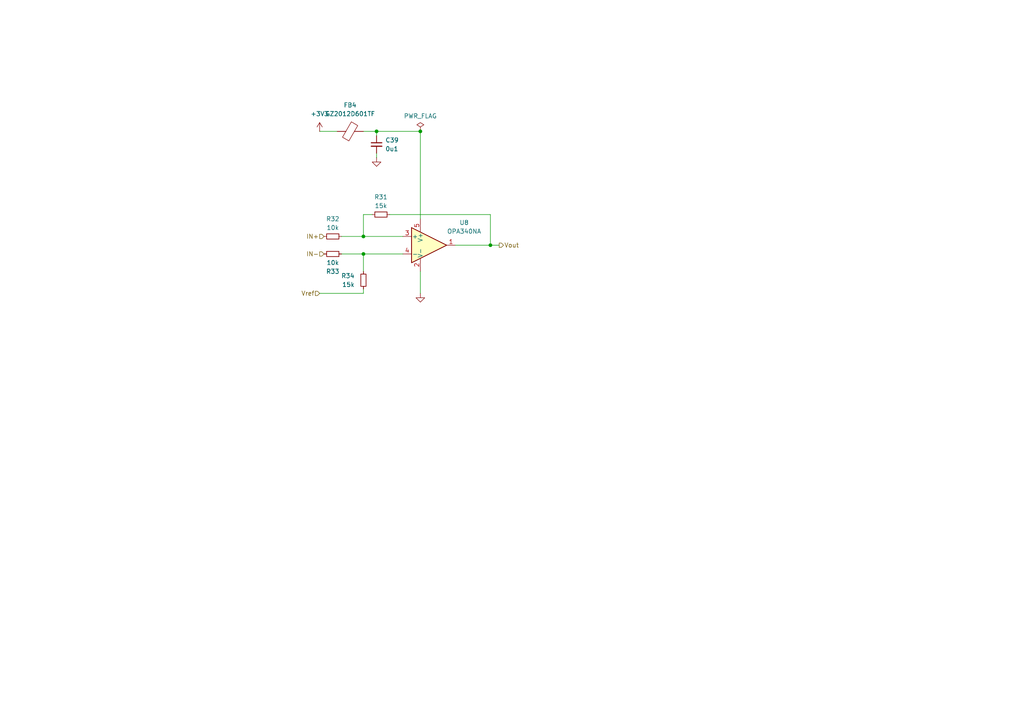
<source format=kicad_sch>
(kicad_sch (version 20231120) (generator "eeschema") (generator_version "8.0")
  (paper "A4")
  (title_block (title "INV_MainBoard") (date "2024-11-16") (rev "1.0") (company "NTURacing Team") (comment 1 "郭哲明 Jack Kuo") (comment 2 "Powertrain Group"))
  (lib_symbols
    (symbol "Amplifier_Operational:OPA340NA" (pin_names (offset 0.127))
      (property "Reference" "U" (at -1.27 6.35 0))
      (property "Value" "OPA340NA" (at -1.27 3.81 0))
      (symbol "OPA340NA_0_1"
        (polyline (pts (xy -5.08 5.08) (xy 5.08 0) (xy -5.08 -5.08) (xy -5.08 5.08)) (stroke (width 0.254)) (fill (type background)))
        (pin power_in line (at -2.54 -7.62 90) (length 3.81) (name "V-") (number "2"))
        (pin power_in line (at -2.54 7.62 270) (length 3.81) (name "V+") (number "5"))
      )
      (symbol "OPA340NA_1_1"
        (pin output line (at 7.62 0 180) (length 2.54) (name "~") (number "1"))
        (pin input line (at -7.62 2.54 0) (length 2.54) (name "+") (number "3"))
        (pin input line (at -7.62 -2.54 0) (length 2.54) (name "-") (number "4"))
      )
    )
    (symbol "Device:C_Small" (pin_numbers hide) (pin_names (offset 0.254) hide)
      (property "Reference" "C" (at 0.254 1.778 0))
      (property "Value" "C_Small" (at 0.254 -2.032 0))
      (symbol "C_Small_0_1"
        (polyline (pts (xy -1.524 -0.508) (xy 1.524 -0.508)) (stroke (width 0.3302)))
        (polyline (pts (xy -1.524 0.508) (xy 1.524 0.508)) (stroke (width 0.3048)))
      )
      (symbol "C_Small_1_1"
        (pin passive line (at 0 2.54 270) (length 2.032) (name "~") (number "1"))
        (pin passive line (at 0 -2.54 90) (length 2.032) (name "~") (number "2"))
      )
    )
    (symbol "Device:FerriteBead" (pin_numbers hide) (pin_names (offset 0))
      (property "Reference" "FB" (at -3.81 0.635 90))
      (property "Value" "FerriteBead" (at 3.81 0 90))
      (symbol "FerriteBead_0_1"
        (polyline (pts (xy 0 -1.27) (xy 0 -1.2192)))
        (polyline (pts (xy 0 1.27) (xy 0 1.2954)))
        (polyline (pts (xy -2.7686 0.4064) (xy -1.7018 2.2606) (xy 2.7686 -0.3048) (xy 1.6764 -2.159) (xy -2.7686 0.4064)))
      )
      (symbol "FerriteBead_1_1"
        (pin passive line (at 0 3.81 270) (length 2.54) (name "~") (number "1"))
        (pin passive line (at 0 -3.81 90) (length 2.54) (name "~") (number "2"))
      )
    )
    (symbol "Device:R_Small" (pin_numbers hide) (pin_names (offset 0.254) hide)
      (property "Reference" "R" (at 0.762 0.508 0))
      (property "Value" "R_Small" (at 0.762 -1.016 0))
      (symbol "R_Small_0_1"
        (rectangle (start -0.762 1.778) (end 0.762 -1.778) (stroke (width 0.2032)))
      )
      (symbol "R_Small_1_1"
        (pin passive line (at 0 2.54 270) (length 0.762) (name "~") (number "1"))
        (pin passive line (at 0 -2.54 90) (length 0.762) (name "~") (number "2"))
      )
    )
    (symbol "power:+3V3" (power) (pin_numbers hide) (pin_names (offset 0) hide)
      (property "Value" "+3V3" (at 0 3.556 0))
      (symbol "+3V3_0_1"
        (polyline (pts (xy -0.762 1.27) (xy 0 2.54)))
        (polyline (pts (xy 0 0) (xy 0 2.54)))
        (polyline (pts (xy 0 2.54) (xy 0.762 1.27)))
      )
      (symbol "+3V3_1_1"
        (pin power_in line (at 0 0 90) (length 0) (name "~") (number "1"))
      )
    )
    (symbol "power:GND" (power) (pin_numbers hide) (pin_names (offset 0) hide)
      (property "Value" "GND" (at 0 -3.81 0))
      (symbol "GND_0_1"
        (polyline (pts (xy 0 0) (xy 0 -1.27) (xy 1.27 -1.27) (xy 0 -2.54) (xy -1.27 -1.27) (xy 0 -1.27)))
      )
      (symbol "GND_1_1"
        (pin power_in line (at 0 0 270) (length 0) (name "~") (number "1"))
      )
    )
    (symbol "power:PWR_FLAG" (power) (pin_numbers hide) (pin_names (offset 0) hide)
      (property "Value" "PWR_FLAG" (at 0 3.81 0))
      (symbol "PWR_FLAG_0_0"
        (pin power_out line (at 0 0 90) (length 0) (name "~") (number "1"))
      )
      (symbol "PWR_FLAG_0_1"
        (polyline (pts (xy 0 0) (xy 0 1.27) (xy -1.016 1.905) (xy 0 2.54) (xy 1.016 1.905) (xy 0 1.27)))
      )
    )
  )
  (junction (at 142.24 71.12))
  (junction (at 109.22 38.1))
  (junction (at 105.41 68.58))
  (junction (at 121.92 38.1))
  (junction (at 105.41 73.66))
  (wire (pts (xy 105.41 68.58) (xy 116.84 68.58)))
  (wire (pts (xy 113.03 62.23) (xy 142.24 62.23)))
  (wire (pts (xy 105.41 85.09) (xy 105.41 83.82)))
  (wire (pts (xy 116.84 73.66) (xy 105.41 73.66)))
  (wire (pts (xy 121.92 85.09) (xy 121.92 78.74)))
  (wire (pts (xy 105.41 62.23) (xy 105.41 68.58)))
  (wire (pts (xy 142.24 71.12) (xy 132.08 71.12)))
  (wire (pts (xy 99.06 68.58) (xy 105.41 68.58)))
  (wire (pts (xy 109.22 38.1) (xy 121.92 38.1)))
  (wire (pts (xy 92.71 38.1) (xy 97.79 38.1)))
  (wire (pts (xy 99.06 73.66) (xy 105.41 73.66)))
  (wire (pts (xy 109.22 45.72) (xy 109.22 44.45)))
  (wire (pts (xy 105.41 73.66) (xy 105.41 78.74)))
  (wire (pts (xy 92.71 85.09) (xy 105.41 85.09)))
  (wire (pts (xy 107.95 62.23) (xy 105.41 62.23)))
  (wire (pts (xy 105.41 38.1) (xy 109.22 38.1)))
  (wire (pts (xy 121.92 38.1) (xy 121.92 63.5)))
  (wire (pts (xy 109.22 39.37) (xy 109.22 38.1)))
  (wire (pts (xy 142.24 62.23) (xy 142.24 71.12)))
  (wire (pts (xy 144.78 71.12) (xy 142.24 71.12)))
  (hierarchical_label "IN+" (shape input) (at 93.98 68.58 180))
  (hierarchical_label "Vout" (shape output) (at 144.78 71.12 0))
  (hierarchical_label "IN-" (shape input) (at 93.98 73.66 180))
  (hierarchical_label "Vref" (shape input) (at 92.71 85.09 180))
  (symbol (lib_id "power:GND") (at 121.92 85.09 0) (unit 1)
    (property "Reference" "#PWR082" (effects (hide yes)))
    (property "Value" "GND" (effects (hide yes)))
    (property "Description" "Power symbol creates a global label with name \"GND\" , ground" (effects (hide yes)))
    (instances (project "INV_MainBoard_STM32" (path "" (reference "#PWR082") (unit 1)) (path "" (reference "#PWR079") (unit 1))))
  )
  (symbol (lib_id "Amplifier_Operational:OPA340NA") (at 124.46 71.12 0) (unit 1)
    (property "Reference" "U8" (at 134.62 64.5627 0))
    (property "Value" "OPA340NA" (at 134.62 67.1027 0))
    (property "Footprint" "Package_TO_SOT_SMD:SOT-23-5" (effects (hide yes)))
    (property "Datasheet" "http://www.ti.com/lit/ds/symlink/opa340.pdf" (effects (hide yes)))
    (property "Description" "Single Single-Supply, Rail-to-Rail Operational Amplifier, MicroAmplifier Series, SOT-23-5" (effects (hide yes)))
    (instances (project "INV_MainBoard_STM32" (path "" (reference "U8") (unit 1)) (path "" (reference "U7") (unit 1))))
  )
  (symbol (lib_id "Device:FerriteBead") (at 101.6 38.1 90) (unit 1)
    (property "Reference" "FB4" (at 101.5492 30.48 90))
    (property "Value" "GZ2012D601TF" (at 101.5492 33.02 90))
    (property "Footprint" "Inductor_SMD:L_0805_2012Metric" (effects (hide yes)))
    (property "Description" "Ferrite bead" (effects (hide yes)))
    (instances (project "INV_MainBoard_STM32" (path "" (reference "FB4") (unit 1)) (path "" (reference "FB3") (unit 1))))
  )
  (symbol (lib_id "power:PWR_FLAG") (at 121.92 38.1 0) (mirror y) (unit 1)
    (property "Reference" "#FLG021" (effects (hide yes)))
    (property "Value" "PWR_FLAG" (at 121.92 33.655 0))
    (property "Description" "Special symbol for telling ERC where power comes from" (effects (hide yes)))
    (instances (project "INV_MainBoard_STM32" (path "" (reference "#FLG021") (unit 1)) (path "" (reference "#FLG020") (unit 1))))
  )
  (symbol (lib_id "Device:C_Small") (at 109.22 41.91 0) (unit 1)
    (property "Reference" "C39" (at 111.76 40.6463 0) (effects (justify left)))
    (property "Value" "0u1" (at 111.76 43.1863 0) (effects (justify left)))
    (property "Footprint" "Capacitor_SMD:C_0402_1005Metric" (effects (hide yes)))
    (property "Description" "Unpolarized capacitor, small symbol" (effects (hide yes)))
    (instances (project "INV_MainBoard_STM32" (path "" (reference "C39") (unit 1)) (path "" (reference "C38") (unit 1))))
  )
  (symbol (lib_id "Device:R_Small") (at 96.52 68.58 90) (mirror x) (unit 1)
    (property "Reference" "R32" (at 96.52 63.5 90))
    (property "Value" "10k" (at 96.52 66.04 90))
    (property "Footprint" "Resistor_SMD:R_0402_1005Metric" (effects (hide yes)))
    (property "Description" "Resistor, small symbol" (effects (hide yes)))
    (instances (project "INV_MainBoard_STM32" (path "" (reference "R32") (unit 1)) (path "" (reference "R28") (unit 1))))
  )
  (symbol (lib_id "Device:R_Small") (at 105.41 81.28 0) (mirror y) (unit 1)
    (property "Reference" "R34" (at 102.87 80.01 0) (effects (justify left)))
    (property "Value" "15k" (at 102.87 82.55 0) (effects (justify left)))
    (property "Footprint" "Resistor_SMD:R_0402_1005Metric" (effects (hide yes)))
    (property "Description" "Resistor, small symbol" (effects (hide yes)))
    (instances (project "INV_MainBoard_STM32" (path "" (reference "R34") (unit 1)) (path "" (reference "R30") (unit 1))))
  )
  (symbol (lib_id "Device:R_Small") (at 96.52 73.66 90) (unit 1)
    (property "Reference" "R33" (at 96.52 78.74 90))
    (property "Value" "10k" (at 96.52 76.2 90))
    (property "Footprint" "Resistor_SMD:R_0402_1005Metric" (effects (hide yes)))
    (property "Description" "Resistor, small symbol" (effects (hide yes)))
    (instances (project "INV_MainBoard_STM32" (path "" (reference "R33") (unit 1)) (path "" (reference "R29") (unit 1))))
  )
  (symbol (lib_id "Device:R_Small") (at 110.49 62.23 90) (mirror x) (unit 1)
    (property "Reference" "R31" (at 110.49 57.15 90))
    (property "Value" "15k" (at 110.49 59.69 90))
    (property "Footprint" "Resistor_SMD:R_0402_1005Metric" (effects (hide yes)))
    (property "Description" "Resistor, small symbol" (effects (hide yes)))
    (instances (project "INV_MainBoard_STM32" (path "" (reference "R31") (unit 1)) (path "" (reference "R27") (unit 1))))
  )
  (symbol (lib_id "power:+3V3") (at 92.71 38.1 0) (unit 1)
    (property "Reference" "#PWR080" (effects (hide yes)))
    (property "Value" "+3V3" (at 92.71 33.02 0))
    (property "Description" "Power symbol creates a global label with name \"+3V3\"" (effects (hide yes)))
    (instances (project "INV_MainBoard_STM32" (path "" (reference "#PWR080") (unit 1)) (path "" (reference "#PWR077") (unit 1))))
  )
  (symbol (lib_id "power:GND") (at 109.22 45.72 0) (unit 1)
    (property "Reference" "#PWR081" (effects (hide yes)))
    (property "Value" "GND" (effects (hide yes)))
    (property "Description" "Power symbol creates a global label with name \"GND\" , ground" (effects (hide yes)))
    (instances (project "INV_MainBoard_STM32" (path "" (reference "#PWR081") (unit 1)) (path "" (reference "#PWR078") (unit 1))))
  )
)
</source>
